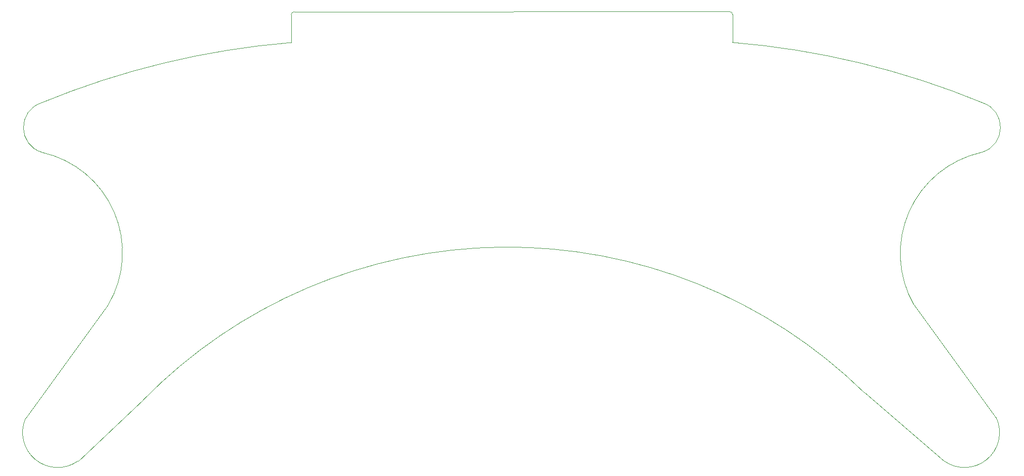
<source format=gbr>
%TF.GenerationSoftware,KiCad,Pcbnew,6.0.2+dfsg-1*%
%TF.CreationDate,2023-02-03T00:30:44+01:00*%
%TF.ProjectId,xOTA,784f5441-2e6b-4696-9361-645f70636258,rev?*%
%TF.SameCoordinates,Original*%
%TF.FileFunction,Profile,NP*%
%FSLAX46Y46*%
G04 Gerber Fmt 4.6, Leading zero omitted, Abs format (unit mm)*
G04 Created by KiCad (PCBNEW 6.0.2+dfsg-1) date 2023-02-03 00:30:44*
%MOMM*%
%LPD*%
G01*
G04 APERTURE LIST*
%TA.AperFunction,Profile*%
%ADD10C,0.100000*%
%TD*%
G04 APERTURE END LIST*
D10*
X199150000Y-90350000D02*
G75*
G03*
X156440000Y-80040000I-54343334J-131501812D01*
G01*
X49750000Y-124950001D02*
G75*
G03*
X38502845Y-98868000I-15129298J8941917D01*
G01*
X199000000Y-98850000D02*
G75*
G03*
X187450001Y-124950000I3846290J-17307697D01*
G01*
X81062845Y-80058000D02*
G75*
G03*
X38352845Y-90368000I11633334J-141811812D01*
G01*
X192600000Y-151650000D02*
X178957371Y-139953028D01*
X81534000Y-74781210D02*
X155940790Y-74751210D01*
X81534000Y-74781210D02*
G75*
G03*
X81026000Y-75289210I1J-508001D01*
G01*
X156448790Y-75259210D02*
X156440000Y-80040000D01*
X192600000Y-151650000D02*
G75*
G03*
X201550000Y-144300000I3493239J4870478D01*
G01*
X38352845Y-90367999D02*
G75*
G03*
X38502845Y-98868000I1348561J-4227526D01*
G01*
X81062845Y-80058000D02*
X81026000Y-75289210D01*
X35650000Y-144300000D02*
X49749999Y-124950000D01*
X35649999Y-144300000D02*
G75*
G03*
X44600000Y-151650000I5456761J-2479523D01*
G01*
X199000000Y-98849999D02*
G75*
G03*
X199150000Y-90350000I-1198561J4272474D01*
G01*
X187450001Y-124950000D02*
X201550000Y-144300000D01*
X156448790Y-75259210D02*
G75*
G03*
X155940790Y-74751210I-508001J-1D01*
G01*
X178957371Y-139953028D02*
G75*
G03*
X55749376Y-141205395I-60977814J-62230180D01*
G01*
X55749376Y-141205395D02*
X44600000Y-151650000D01*
M02*

</source>
